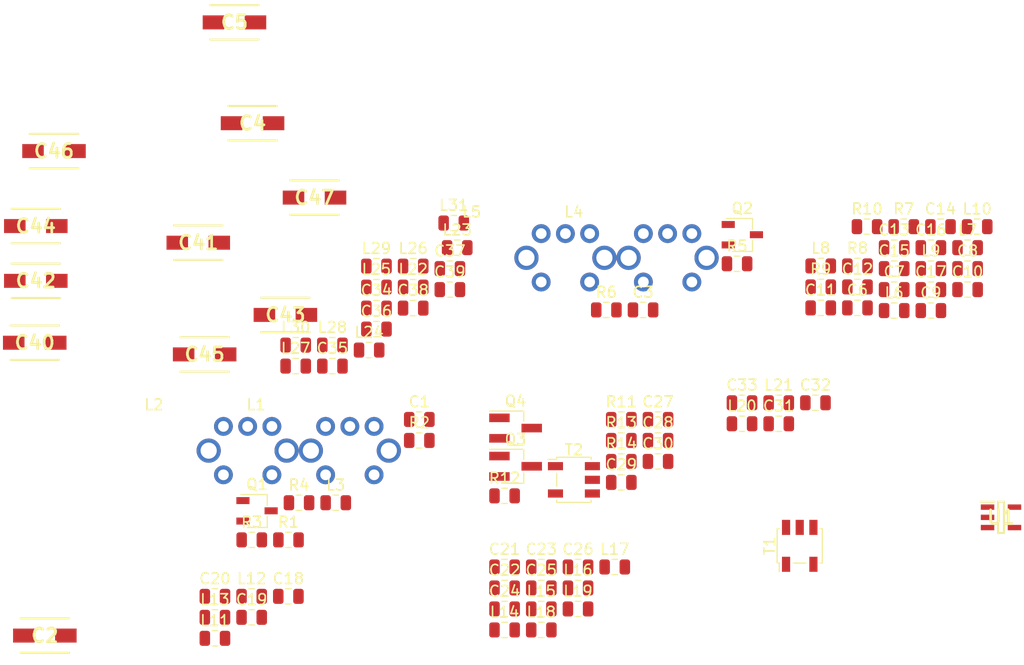
<source format=kicad_pcb>
(kicad_pcb (version 20171130) (host pcbnew "(5.1.5)-3")
  (layers (0 F.Cu signal) (31 B.Cu signal) (34 B.Paste user) (35 F.Paste user) (36 B.SilkS user) (37 F.SilkS user) (38 B.Mask user) (39 F.Mask user) (44 Edge.Cuts user))
  (net 0 "")
  (net 1 "Net-(C1-Pad2)")
  (net 2 "Net-(C1-Pad1)")
  (net 3 "Net-(C2-Pad1)")
  (net 4 "Net-(C2-Pad2)")
  (net 5 "Net-(C3-Pad1)")
  (net 6 "Net-(C3-Pad2)")
  (net 7 "Net-(C4-Pad1)")
  (net 8 "Net-(C4-Pad2)")
  (net 9 "Net-(C5-Pad2)")
  (net 10 "Net-(C5-Pad1)")
  (net 11 "Net-(C6-Pad2)")
  (net 12 "Net-(C6-Pad1)")
  (net 13 "Net-(C7-Pad2)")
  (net 14 "Net-(C7-Pad1)")
  (net 15 "Net-(C8-Pad2)")
  (net 16 "Net-(C8-Pad1)")
  (net 17 "Net-(C9-Pad1)")
  (net 18 "Net-(C9-Pad2)")
  (net 19 "Net-(C10-Pad1)")
  (net 20 "Net-(C10-Pad2)")
  (net 21 "Net-(C11-Pad1)")
  (net 22 "Net-(C11-Pad2)")
  (net 23 "Net-(C12-Pad2)")
  (net 24 "Net-(C12-Pad1)")
  (net 25 "Net-(C13-Pad2)")
  (net 26 "Net-(C13-Pad1)")
  (net 27 "Net-(C14-Pad2)")
  (net 28 "Net-(C14-Pad1)")
  (net 29 "Net-(C15-Pad1)")
  (net 30 "Net-(C15-Pad2)")
  (net 31 "Net-(C16-Pad1)")
  (net 32 "Net-(C16-Pad2)")
  (net 33 "Net-(C17-Pad1)")
  (net 34 "Net-(C17-Pad2)")
  (net 35 "Net-(C18-Pad1)")
  (net 36 "Net-(C18-Pad2)")
  (net 37 "Net-(C19-Pad2)")
  (net 38 "Net-(C19-Pad1)")
  (net 39 "Net-(C20-Pad1)")
  (net 40 "Net-(C20-Pad2)")
  (net 41 "Net-(C21-Pad2)")
  (net 42 "Net-(C21-Pad1)")
  (net 43 "Net-(C22-Pad1)")
  (net 44 "Net-(C22-Pad2)")
  (net 45 "Net-(C23-Pad2)")
  (net 46 "Net-(C23-Pad1)")
  (net 47 "Net-(C24-Pad2)")
  (net 48 "Net-(C24-Pad1)")
  (net 49 "Net-(C25-Pad2)")
  (net 50 "Net-(C25-Pad1)")
  (net 51 "Net-(C26-Pad1)")
  (net 52 "Net-(C26-Pad2)")
  (net 53 "Net-(C27-Pad1)")
  (net 54 "Net-(C27-Pad2)")
  (net 55 "Net-(C28-Pad1)")
  (net 56 "Net-(C28-Pad2)")
  (net 57 "Net-(C29-Pad2)")
  (net 58 "Net-(C29-Pad1)")
  (net 59 "Net-(C30-Pad2)")
  (net 60 "Net-(C30-Pad1)")
  (net 61 "Net-(C31-Pad1)")
  (net 62 "Net-(C31-Pad2)")
  (net 63 "Net-(C32-Pad2)")
  (net 64 "Net-(C32-Pad1)")
  (net 65 "Net-(C33-Pad1)")
  (net 66 "Net-(C33-Pad2)")
  (net 67 "Net-(C34-Pad2)")
  (net 68 "Net-(C34-Pad1)")
  (net 69 "Net-(C35-Pad1)")
  (net 70 "Net-(C35-Pad2)")
  (net 71 "Net-(C36-Pad1)")
  (net 72 "Net-(C36-Pad2)")
  (net 73 "Net-(C37-Pad2)")
  (net 74 "Net-(C37-Pad1)")
  (net 75 "Net-(C38-Pad2)")
  (net 76 "Net-(C38-Pad1)")
  (net 77 "Net-(C39-Pad1)")
  (net 78 "Net-(C39-Pad2)")
  (net 79 "Net-(C40-Pad1)")
  (net 80 "Net-(C40-Pad2)")
  (net 81 "Net-(C41-Pad2)")
  (net 82 "Net-(C41-Pad1)")
  (net 83 "Net-(C42-Pad1)")
  (net 84 "Net-(C42-Pad2)")
  (net 85 "Net-(C43-Pad2)")
  (net 86 "Net-(C43-Pad1)")
  (net 87 "Net-(C44-Pad1)")
  (net 88 "Net-(C44-Pad2)")
  (net 89 "Net-(C45-Pad2)")
  (net 90 "Net-(C45-Pad1)")
  (net 91 "Net-(C46-Pad1)")
  (net 92 "Net-(C46-Pad2)")
  (net 93 "Net-(C47-Pad2)")
  (net 94 "Net-(C47-Pad1)")
  (net 95 "Net-(L1-Pad2)")
  (net 96 "Net-(L1-Pad1)")
  (net 97 "Net-(L2-Pad1)")
  (net 98 "Net-(L2-Pad2)")
  (net 99 "Net-(L3-Pad1)")
  (net 100 "Net-(L3-Pad2)")
  (net 101 "Net-(L4-Pad2)")
  (net 102 "Net-(L4-Pad1)")
  (net 103 "Net-(L5-Pad1)")
  (net 104 "Net-(L5-Pad2)")
  (net 105 "Net-(L6-Pad2)")
  (net 106 "Net-(L6-Pad1)")
  (net 107 "Net-(L7-Pad1)")
  (net 108 "Net-(L7-Pad2)")
  (net 109 "Net-(L8-Pad2)")
  (net 110 "Net-(L8-Pad1)")
  (net 111 "Net-(L9-Pad1)")
  (net 112 "Net-(L9-Pad2)")
  (net 113 "Net-(L10-Pad2)")
  (net 114 "Net-(L10-Pad1)")
  (net 115 "Net-(L11-Pad2)")
  (net 116 "Net-(L11-Pad1)")
  (net 117 "Net-(L12-Pad1)")
  (net 118 "Net-(L12-Pad2)")
  (net 119 "Net-(L13-Pad2)")
  (net 120 "Net-(L13-Pad1)")
  (net 121 "Net-(L14-Pad1)")
  (net 122 "Net-(L14-Pad2)")
  (net 123 "Net-(L15-Pad2)")
  (net 124 "Net-(L15-Pad1)")
  (net 125 "Net-(L16-Pad1)")
  (net 126 "Net-(L16-Pad2)")
  (net 127 "Net-(L17-Pad2)")
  (net 128 "Net-(L17-Pad1)")
  (net 129 "Net-(L18-Pad1)")
  (net 130 "Net-(L18-Pad2)")
  (net 131 "Net-(L19-Pad2)")
  (net 132 "Net-(L19-Pad1)")
  (net 133 "Net-(L20-Pad2)")
  (net 134 "Net-(L20-Pad1)")
  (net 135 "Net-(L21-Pad1)")
  (net 136 "Net-(L21-Pad2)")
  (net 137 "Net-(L22-Pad2)")
  (net 138 "Net-(L22-Pad1)")
  (net 139 "Net-(L23-Pad1)")
  (net 140 "Net-(L23-Pad2)")
  (net 141 "Net-(L24-Pad1)")
  (net 142 "Net-(L24-Pad2)")
  (net 143 "Net-(L25-Pad2)")
  (net 144 "Net-(L25-Pad1)")
  (net 145 "Net-(L26-Pad2)")
  (net 146 "Net-(L26-Pad1)")
  (net 147 "Net-(L27-Pad1)")
  (net 148 "Net-(L27-Pad2)")
  (net 149 "Net-(L28-Pad1)")
  (net 150 "Net-(L28-Pad2)")
  (net 151 "Net-(L29-Pad2)")
  (net 152 "Net-(L29-Pad1)")
  (net 153 "Net-(L30-Pad1)")
  (net 154 "Net-(L30-Pad2)")
  (net 155 "Net-(L31-Pad1)")
  (net 156 "Net-(L31-Pad2)")
  (net 157 "Net-(Q1-Pad1)")
  (net 158 "Net-(Q1-Pad2)")
  (net 159 "Net-(Q1-Pad3)")
  (net 160 "Net-(Q2-Pad3)")
  (net 161 "Net-(Q2-Pad2)")
  (net 162 "Net-(Q2-Pad1)")
  (net 163 "Net-(Q3-Pad3)")
  (net 164 "Net-(Q3-Pad2)")
  (net 165 "Net-(Q3-Pad1)")
  (net 166 "Net-(Q4-Pad1)")
  (net 167 "Net-(Q4-Pad2)")
  (net 168 "Net-(Q4-Pad3)")
  (net 169 "Net-(R1-Pad1)")
  (net 170 "Net-(R1-Pad2)")
  (net 171 "Net-(R2-Pad2)")
  (net 172 "Net-(R2-Pad1)")
  (net 173 "Net-(R3-Pad1)")
  (net 174 "Net-(R3-Pad2)")
  (net 175 "Net-(R4-Pad2)")
  (net 176 "Net-(R4-Pad1)")
  (net 177 "Net-(R5-Pad2)")
  (net 178 "Net-(R5-Pad1)")
  (net 179 "Net-(R6-Pad1)")
  (net 180 "Net-(R6-Pad2)")
  (net 181 "Net-(R7-Pad2)")
  (net 182 "Net-(R7-Pad1)")
  (net 183 "Net-(R8-Pad1)")
  (net 184 "Net-(R8-Pad2)")
  (net 185 "Net-(R9-Pad2)")
  (net 186 "Net-(R9-Pad1)")
  (net 187 "Net-(R10-Pad1)")
  (net 188 "Net-(R10-Pad2)")
  (net 189 "Net-(R11-Pad1)")
  (net 190 "Net-(R11-Pad2)")
  (net 191 "Net-(R12-Pad1)")
  (net 192 "Net-(R12-Pad2)")
  (net 193 "Net-(R13-Pad2)")
  (net 194 "Net-(R13-Pad1)")
  (net 195 "Net-(R14-Pad2)")
  (net 196 "Net-(R14-Pad1)")
  (net 197 "Net-(T1-Pad5)")
  (net 198 "Net-(T1-Pad4)")
  (net 199 "Net-(T1-Pad3)")
  (net 200 "Net-(T1-Pad2)")
  (net 201 "Net-(T1-Pad1)")
  (net 202 "Net-(T2-Pad1)")
  (net 203 "Net-(T2-Pad2)")
  (net 204 "Net-(T2-Pad3)")
  (net 205 "Net-(T2-Pad4)")
  (net 206 "Net-(T2-Pad5)")
  (net 207 "Net-(U1-Pad1)")
  (net 208 "Net-(U1-Pad2)")
  (net 209 "Net-(U1-Pad3)")
  (net 210 "Net-(U1-Pad4)")
  (net 211 "Net-(U1-Pad5)")
  (module Capacitor_SMD:C_0805_2012Metric (layer F.Cu) (at 147.145001 88.185001)
    (fp_text reference C1 (at 0 -1.65) (layer F.SilkS))
    (fp_text value C)
    (pad 2 smd roundrect (at 0.9375 0) (size 0.975 1.4) (layers F.Cu F.Paste F.Mask) (net 1 "Net-(C1-Pad2)"))
    (pad 1 smd roundrect (at -0.9375 0) (size 0.975 1.4) (layers F.Cu F.Paste F.Mask) (net 2 "Net-(C1-Pad1)"))
  )
  (module Capacitor_SMD:C_0805_2012Metric (layer F.Cu) (at 167.925001 78.005001)
    (fp_text reference C3 (at 0 -1.65) (layer F.SilkS))
    (fp_text value C)
    (pad 1 smd roundrect (at -0.9375 0) (size 0.975 1.4) (layers F.Cu F.Paste F.Mask) (net 5 "Net-(C3-Pad1)"))
    (pad 2 smd roundrect (at 0.9375 0) (size 0.975 1.4) (layers F.Cu F.Paste F.Mask) (net 6 "Net-(C3-Pad2)"))
  )
  (module Capacitor_SMD:C_0805_2012Metric (layer F.Cu) (at 187.835001 77.815001)
    (fp_text reference C6 (at 0 -1.65) (layer F.SilkS))
    (fp_text value C)
    (pad 2 smd roundrect (at 0.9375 0) (size 0.975 1.4) (layers F.Cu F.Paste F.Mask) (net 11 "Net-(C6-Pad2)"))
    (pad 1 smd roundrect (at -0.9375 0) (size 0.975 1.4) (layers F.Cu F.Paste F.Mask) (net 12 "Net-(C6-Pad1)"))
  )
  (module Capacitor_SMD:C_0805_2012Metric (layer F.Cu) (at 191.245001 76.115001)
    (fp_text reference C7 (at 0 -1.65) (layer F.SilkS))
    (fp_text value C)
    (pad 2 smd roundrect (at 0.9375 0) (size 0.975 1.4) (layers F.Cu F.Paste F.Mask) (net 13 "Net-(C7-Pad2)"))
    (pad 1 smd roundrect (at -0.9375 0) (size 0.975 1.4) (layers F.Cu F.Paste F.Mask) (net 14 "Net-(C7-Pad1)"))
  )
  (module Capacitor_SMD:C_0805_2012Metric (layer F.Cu) (at 198.065001 74.165001)
    (fp_text reference C8 (at 0 -1.65) (layer F.SilkS))
    (fp_text value C)
    (pad 2 smd roundrect (at 0.9375 0) (size 0.975 1.4) (layers F.Cu F.Paste F.Mask) (net 15 "Net-(C8-Pad2)"))
    (pad 1 smd roundrect (at -0.9375 0) (size 0.975 1.4) (layers F.Cu F.Paste F.Mask) (net 16 "Net-(C8-Pad1)"))
  )
  (module Capacitor_SMD:C_0805_2012Metric (layer F.Cu) (at 194.655001 78.065001)
    (fp_text reference C9 (at 0 -1.65) (layer F.SilkS))
    (fp_text value C)
    (pad 1 smd roundrect (at -0.9375 0) (size 0.975 1.4) (layers F.Cu F.Paste F.Mask) (net 17 "Net-(C9-Pad1)"))
    (pad 2 smd roundrect (at 0.9375 0) (size 0.975 1.4) (layers F.Cu F.Paste F.Mask) (net 18 "Net-(C9-Pad2)"))
  )
  (module Capacitor_SMD:C_0805_2012Metric (layer F.Cu) (at 198.065001 76.115001)
    (fp_text reference C10 (at 0 -1.65) (layer F.SilkS))
    (fp_text value C)
    (pad 1 smd roundrect (at -0.9375 0) (size 0.975 1.4) (layers F.Cu F.Paste F.Mask) (net 19 "Net-(C10-Pad1)"))
    (pad 2 smd roundrect (at 0.9375 0) (size 0.975 1.4) (layers F.Cu F.Paste F.Mask) (net 20 "Net-(C10-Pad2)"))
  )
  (module Capacitor_SMD:C_0805_2012Metric (layer F.Cu) (at 184.425001 77.815001)
    (fp_text reference C11 (at 0 -1.65) (layer F.SilkS))
    (fp_text value C)
    (pad 1 smd roundrect (at -0.9375 0) (size 0.975 1.4) (layers F.Cu F.Paste F.Mask) (net 21 "Net-(C11-Pad1)"))
    (pad 2 smd roundrect (at 0.9375 0) (size 0.975 1.4) (layers F.Cu F.Paste F.Mask) (net 22 "Net-(C11-Pad2)"))
  )
  (module Capacitor_SMD:C_0805_2012Metric (layer F.Cu) (at 187.835001 75.865001)
    (fp_text reference C12 (at 0 -1.65) (layer F.SilkS))
    (fp_text value C)
    (pad 2 smd roundrect (at 0.9375 0) (size 0.975 1.4) (layers F.Cu F.Paste F.Mask) (net 23 "Net-(C12-Pad2)"))
    (pad 1 smd roundrect (at -0.9375 0) (size 0.975 1.4) (layers F.Cu F.Paste F.Mask) (net 24 "Net-(C12-Pad1)"))
  )
  (module Capacitor_SMD:C_0805_2012Metric (layer F.Cu) (at 191.245001 72.215001)
    (fp_text reference C13 (at 0 -1.65) (layer F.SilkS))
    (fp_text value C)
    (pad 2 smd roundrect (at 0.9375 0) (size 0.975 1.4) (layers F.Cu F.Paste F.Mask) (net 25 "Net-(C13-Pad2)"))
    (pad 1 smd roundrect (at -0.9375 0) (size 0.975 1.4) (layers F.Cu F.Paste F.Mask) (net 26 "Net-(C13-Pad1)"))
  )
  (module Capacitor_SMD:C_0805_2012Metric (layer F.Cu) (at 195.545001 70.265001)
    (fp_text reference C14 (at 0 -1.65) (layer F.SilkS))
    (fp_text value C)
    (pad 2 smd roundrect (at 0.9375 0) (size 0.975 1.4) (layers F.Cu F.Paste F.Mask) (net 27 "Net-(C14-Pad2)"))
    (pad 1 smd roundrect (at -0.9375 0) (size 0.975 1.4) (layers F.Cu F.Paste F.Mask) (net 28 "Net-(C14-Pad1)"))
  )
  (module Capacitor_SMD:C_0805_2012Metric (layer F.Cu) (at 191.245001 74.165001)
    (fp_text reference C15 (at 0 -1.65) (layer F.SilkS))
    (fp_text value C)
    (pad 1 smd roundrect (at -0.9375 0) (size 0.975 1.4) (layers F.Cu F.Paste F.Mask) (net 29 "Net-(C15-Pad1)"))
    (pad 2 smd roundrect (at 0.9375 0) (size 0.975 1.4) (layers F.Cu F.Paste F.Mask) (net 30 "Net-(C15-Pad2)"))
  )
  (module Capacitor_SMD:C_0805_2012Metric (layer F.Cu) (at 194.655001 72.215001)
    (fp_text reference C16 (at 0 -1.65) (layer F.SilkS))
    (fp_text value C)
    (pad 1 smd roundrect (at -0.9375 0) (size 0.975 1.4) (layers F.Cu F.Paste F.Mask) (net 31 "Net-(C16-Pad1)"))
    (pad 2 smd roundrect (at 0.9375 0) (size 0.975 1.4) (layers F.Cu F.Paste F.Mask) (net 32 "Net-(C16-Pad2)"))
  )
  (module Capacitor_SMD:C_0805_2012Metric (layer F.Cu) (at 194.655001 76.115001)
    (fp_text reference C17 (at 0 -1.65) (layer F.SilkS))
    (fp_text value C)
    (pad 1 smd roundrect (at -0.9375 0) (size 0.975 1.4) (layers F.Cu F.Paste F.Mask) (net 33 "Net-(C17-Pad1)"))
    (pad 2 smd roundrect (at 0.9375 0) (size 0.975 1.4) (layers F.Cu F.Paste F.Mask) (net 34 "Net-(C17-Pad2)"))
  )
  (module Capacitor_SMD:C_0805_2012Metric (layer F.Cu) (at 134.985001 104.625001)
    (fp_text reference C18 (at 0 -1.65) (layer F.SilkS))
    (fp_text value C)
    (pad 1 smd roundrect (at -0.9375 0) (size 0.975 1.4) (layers F.Cu F.Paste F.Mask) (net 35 "Net-(C18-Pad1)"))
    (pad 2 smd roundrect (at 0.9375 0) (size 0.975 1.4) (layers F.Cu F.Paste F.Mask) (net 36 "Net-(C18-Pad2)"))
  )
  (module Capacitor_SMD:C_0805_2012Metric (layer F.Cu) (at 131.575001 106.575001)
    (fp_text reference C19 (at 0 -1.65) (layer F.SilkS))
    (fp_text value C)
    (pad 2 smd roundrect (at 0.9375 0) (size 0.975 1.4) (layers F.Cu F.Paste F.Mask) (net 37 "Net-(C19-Pad2)"))
    (pad 1 smd roundrect (at -0.9375 0) (size 0.975 1.4) (layers F.Cu F.Paste F.Mask) (net 38 "Net-(C19-Pad1)"))
  )
  (module Capacitor_SMD:C_0805_2012Metric (layer F.Cu) (at 128.165001 104.625001)
    (fp_text reference C20 (at 0 -1.65) (layer F.SilkS))
    (fp_text value C)
    (pad 1 smd roundrect (at -0.9375 0) (size 0.975 1.4) (layers F.Cu F.Paste F.Mask) (net 39 "Net-(C20-Pad1)"))
    (pad 2 smd roundrect (at 0.9375 0) (size 0.975 1.4) (layers F.Cu F.Paste F.Mask) (net 40 "Net-(C20-Pad2)"))
  )
  (module Capacitor_SMD:C_0805_2012Metric (layer F.Cu) (at 155.065001 101.895001)
    (fp_text reference C21 (at 0 -1.65) (layer F.SilkS))
    (fp_text value C)
    (pad 2 smd roundrect (at 0.9375 0) (size 0.975 1.4) (layers F.Cu F.Paste F.Mask) (net 41 "Net-(C21-Pad2)"))
    (pad 1 smd roundrect (at -0.9375 0) (size 0.975 1.4) (layers F.Cu F.Paste F.Mask) (net 42 "Net-(C21-Pad1)"))
  )
  (module Capacitor_SMD:C_0805_2012Metric (layer F.Cu) (at 155.065001 103.845001)
    (fp_text reference C22 (at 0 -1.65) (layer F.SilkS))
    (fp_text value C)
    (pad 1 smd roundrect (at -0.9375 0) (size 0.975 1.4) (layers F.Cu F.Paste F.Mask) (net 43 "Net-(C22-Pad1)"))
    (pad 2 smd roundrect (at 0.9375 0) (size 0.975 1.4) (layers F.Cu F.Paste F.Mask) (net 44 "Net-(C22-Pad2)"))
  )
  (module Capacitor_SMD:C_0805_2012Metric (layer F.Cu) (at 158.475001 101.895001)
    (fp_text reference C23 (at 0 -1.65) (layer F.SilkS))
    (fp_text value C)
    (pad 2 smd roundrect (at 0.9375 0) (size 0.975 1.4) (layers F.Cu F.Paste F.Mask) (net 45 "Net-(C23-Pad2)"))
    (pad 1 smd roundrect (at -0.9375 0) (size 0.975 1.4) (layers F.Cu F.Paste F.Mask) (net 46 "Net-(C23-Pad1)"))
  )
  (module Capacitor_SMD:C_0805_2012Metric (layer F.Cu) (at 155.065001 105.795001)
    (fp_text reference C24 (at 0 -1.65) (layer F.SilkS))
    (fp_text value C)
    (pad 2 smd roundrect (at 0.9375 0) (size 0.975 1.4) (layers F.Cu F.Paste F.Mask) (net 47 "Net-(C24-Pad2)"))
    (pad 1 smd roundrect (at -0.9375 0) (size 0.975 1.4) (layers F.Cu F.Paste F.Mask) (net 48 "Net-(C24-Pad1)"))
  )
  (module Capacitor_SMD:C_0805_2012Metric (layer F.Cu) (at 158.475001 103.845001)
    (fp_text reference C25 (at 0 -1.65) (layer F.SilkS))
    (fp_text value C)
    (pad 2 smd roundrect (at 0.9375 0) (size 0.975 1.4) (layers F.Cu F.Paste F.Mask) (net 49 "Net-(C25-Pad2)"))
    (pad 1 smd roundrect (at -0.9375 0) (size 0.975 1.4) (layers F.Cu F.Paste F.Mask) (net 50 "Net-(C25-Pad1)"))
  )
  (module Capacitor_SMD:C_0805_2012Metric (layer F.Cu) (at 161.885001 101.895001)
    (fp_text reference C26 (at 0 -1.65) (layer F.SilkS))
    (fp_text value C)
    (pad 1 smd roundrect (at -0.9375 0) (size 0.975 1.4) (layers F.Cu F.Paste F.Mask) (net 51 "Net-(C26-Pad1)"))
    (pad 2 smd roundrect (at 0.9375 0) (size 0.975 1.4) (layers F.Cu F.Paste F.Mask) (net 52 "Net-(C26-Pad2)"))
  )
  (module Capacitor_SMD:C_0805_2012Metric (layer F.Cu) (at 169.315001 88.185001)
    (fp_text reference C27 (at 0 -1.65) (layer F.SilkS))
    (fp_text value C)
    (pad 1 smd roundrect (at -0.9375 0) (size 0.975 1.4) (layers F.Cu F.Paste F.Mask) (net 53 "Net-(C27-Pad1)"))
    (pad 2 smd roundrect (at 0.9375 0) (size 0.975 1.4) (layers F.Cu F.Paste F.Mask) (net 54 "Net-(C27-Pad2)"))
  )
  (module Capacitor_SMD:C_0805_2012Metric (layer F.Cu) (at 169.315001 90.135001)
    (fp_text reference C28 (at 0 -1.65) (layer F.SilkS))
    (fp_text value C)
    (pad 1 smd roundrect (at -0.9375 0) (size 0.975 1.4) (layers F.Cu F.Paste F.Mask) (net 55 "Net-(C28-Pad1)"))
    (pad 2 smd roundrect (at 0.9375 0) (size 0.975 1.4) (layers F.Cu F.Paste F.Mask) (net 56 "Net-(C28-Pad2)"))
  )
  (module Capacitor_SMD:C_0805_2012Metric (layer F.Cu) (at 165.905001 94.035001)
    (fp_text reference C29 (at 0 -1.65) (layer F.SilkS))
    (fp_text value C)
    (pad 2 smd roundrect (at 0.9375 0) (size 0.975 1.4) (layers F.Cu F.Paste F.Mask) (net 57 "Net-(C29-Pad2)"))
    (pad 1 smd roundrect (at -0.9375 0) (size 0.975 1.4) (layers F.Cu F.Paste F.Mask) (net 58 "Net-(C29-Pad1)"))
  )
  (module Capacitor_SMD:C_0805_2012Metric (layer F.Cu) (at 169.315001 92.085001)
    (fp_text reference C30 (at 0 -1.65) (layer F.SilkS))
    (fp_text value C)
    (pad 2 smd roundrect (at 0.9375 0) (size 0.975 1.4) (layers F.Cu F.Paste F.Mask) (net 59 "Net-(C30-Pad2)"))
    (pad 1 smd roundrect (at -0.9375 0) (size 0.975 1.4) (layers F.Cu F.Paste F.Mask) (net 60 "Net-(C30-Pad1)"))
  )
  (module Capacitor_SMD:C_0805_2012Metric (layer F.Cu) (at 180.525001 88.585001)
    (fp_text reference C31 (at 0 -1.65) (layer F.SilkS))
    (fp_text value C)
    (pad 1 smd roundrect (at -0.9375 0) (size 0.975 1.4) (layers F.Cu F.Paste F.Mask) (net 61 "Net-(C31-Pad1)"))
    (pad 2 smd roundrect (at 0.9375 0) (size 0.975 1.4) (layers F.Cu F.Paste F.Mask) (net 62 "Net-(C31-Pad2)"))
  )
  (module Capacitor_SMD:C_0805_2012Metric (layer F.Cu) (at 183.935001 86.635001)
    (fp_text reference C32 (at 0 -1.65) (layer F.SilkS))
    (fp_text value C)
    (pad 2 smd roundrect (at 0.9375 0) (size 0.975 1.4) (layers F.Cu F.Paste F.Mask) (net 63 "Net-(C32-Pad2)"))
    (pad 1 smd roundrect (at -0.9375 0) (size 0.975 1.4) (layers F.Cu F.Paste F.Mask) (net 64 "Net-(C32-Pad1)"))
  )
  (module Capacitor_SMD:C_0805_2012Metric (layer F.Cu) (at 177.115001 86.635001)
    (fp_text reference C33 (at 0 -1.65) (layer F.SilkS))
    (fp_text value C)
    (pad 1 smd roundrect (at -0.9375 0) (size 0.975 1.4) (layers F.Cu F.Paste F.Mask) (net 65 "Net-(C33-Pad1)"))
    (pad 2 smd roundrect (at 0.9375 0) (size 0.975 1.4) (layers F.Cu F.Paste F.Mask) (net 66 "Net-(C33-Pad2)"))
  )
  (module Capacitor_SMD:C_0805_2012Metric (layer F.Cu) (at 143.165001 77.835001)
    (fp_text reference C34 (at 0 -1.65) (layer F.SilkS))
    (fp_text value C)
    (pad 2 smd roundrect (at 0.9375 0) (size 0.975 1.4) (layers F.Cu F.Paste F.Mask) (net 67 "Net-(C34-Pad2)"))
    (pad 1 smd roundrect (at -0.9375 0) (size 0.975 1.4) (layers F.Cu F.Paste F.Mask) (net 68 "Net-(C34-Pad1)"))
  )
  (module Capacitor_SMD:C_0805_2012Metric (layer F.Cu) (at 139.075001 83.225001)
    (fp_text reference C35 (at 0 -1.65) (layer F.SilkS))
    (fp_text value C)
    (pad 1 smd roundrect (at -0.9375 0) (size 0.975 1.4) (layers F.Cu F.Paste F.Mask) (net 69 "Net-(C35-Pad1)"))
    (pad 2 smd roundrect (at 0.9375 0) (size 0.975 1.4) (layers F.Cu F.Paste F.Mask) (net 70 "Net-(C35-Pad2)"))
  )
  (module Capacitor_SMD:C_0805_2012Metric (layer F.Cu) (at 143.165001 79.785001)
    (fp_text reference C36 (at 0 -1.65) (layer F.SilkS))
    (fp_text value C)
    (pad 1 smd roundrect (at -0.9375 0) (size 0.975 1.4) (layers F.Cu F.Paste F.Mask) (net 71 "Net-(C36-Pad1)"))
    (pad 2 smd roundrect (at 0.9375 0) (size 0.975 1.4) (layers F.Cu F.Paste F.Mask) (net 72 "Net-(C36-Pad2)"))
  )
  (module Capacitor_SMD:C_0805_2012Metric (layer F.Cu) (at 149.985001 74.165001)
    (fp_text reference C37 (at 0 -1.65) (layer F.SilkS))
    (fp_text value C)
    (pad 2 smd roundrect (at 0.9375 0) (size 0.975 1.4) (layers F.Cu F.Paste F.Mask) (net 73 "Net-(C37-Pad2)"))
    (pad 1 smd roundrect (at -0.9375 0) (size 0.975 1.4) (layers F.Cu F.Paste F.Mask) (net 74 "Net-(C37-Pad1)"))
  )
  (module Capacitor_SMD:C_0805_2012Metric (layer F.Cu) (at 146.575001 77.835001)
    (fp_text reference C38 (at 0 -1.65) (layer F.SilkS))
    (fp_text value C)
    (pad 2 smd roundrect (at 0.9375 0) (size 0.975 1.4) (layers F.Cu F.Paste F.Mask) (net 75 "Net-(C38-Pad2)"))
    (pad 1 smd roundrect (at -0.9375 0) (size 0.975 1.4) (layers F.Cu F.Paste F.Mask) (net 76 "Net-(C38-Pad1)"))
  )
  (module Capacitor_SMD:C_0805_2012Metric (layer F.Cu) (at 149.985001 76.115001)
    (fp_text reference C39 (at 0 -1.65) (layer F.SilkS))
    (fp_text value C)
    (pad 1 smd roundrect (at -0.9375 0) (size 0.975 1.4) (layers F.Cu F.Paste F.Mask) (net 77 "Net-(C39-Pad1)"))
    (pad 2 smd roundrect (at 0.9375 0) (size 0.975 1.4) (layers F.Cu F.Paste F.Mask) (net 78 "Net-(C39-Pad2)"))
  )
  (module LT:IND_trimmer_7M3 (layer F.Cu) (at 140.695 91.080001)
    (fp_text reference L1 (at -8.7122 -4.2672) (layer F.SilkS))
    (fp_text value LTRIM)
    (pad 2 thru_hole circle (at 0 -2.25) (size 1.75 1.75) (drill 1) (layers *.Cu *.Mask) (net 95 "Net-(L1-Pad2)"))
    (pad 6 thru_hole circle (at -2.25 2.25) (size 1.75 1.75) (drill 1) (layers *.Cu *.Mask))
    (pad 1 thru_hole circle (at -2.25 -2.25) (size 1.75 1.75) (drill 1) (layers *.Cu *.Mask) (net 96 "Net-(L1-Pad1)"))
    (pad 3 thru_hole circle (at 2.25 -2.25) (size 1.75 1.75) (drill 1) (layers *.Cu *.Mask))
    (pad 4 thru_hole circle (at 2.25 2.25) (size 1.75 1.75) (drill 1) (layers *.Cu *.Mask))
    (pad 5 thru_hole circle (at -3.62 0) (size 2.25 2.25) (drill 1.5) (layers *.Cu *.Mask))
    (pad 5 thru_hole circle (at 3.62 0) (size 2.25 2.25) (drill 1.5) (layers *.Cu *.Mask))
  )
  (module LT:IND_trimmer_7M3 (layer F.Cu) (at 131.205 91.080001)
    (fp_text reference L2 (at -8.7122 -4.2672) (layer F.SilkS))
    (fp_text value LTRIM)
    (pad 5 thru_hole circle (at 3.62 0) (size 2.25 2.25) (drill 1.5) (layers *.Cu *.Mask))
    (pad 5 thru_hole circle (at -3.62 0) (size 2.25 2.25) (drill 1.5) (layers *.Cu *.Mask))
    (pad 4 thru_hole circle (at 2.25 2.25) (size 1.75 1.75) (drill 1) (layers *.Cu *.Mask))
    (pad 3 thru_hole circle (at 2.25 -2.25) (size 1.75 1.75) (drill 1) (layers *.Cu *.Mask))
    (pad 1 thru_hole circle (at -2.25 -2.25) (size 1.75 1.75) (drill 1) (layers *.Cu *.Mask) (net 97 "Net-(L2-Pad1)"))
    (pad 6 thru_hole circle (at -2.25 2.25) (size 1.75 1.75) (drill 1) (layers *.Cu *.Mask))
    (pad 2 thru_hole circle (at 0 -2.25) (size 1.75 1.75) (drill 1) (layers *.Cu *.Mask) (net 98 "Net-(L2-Pad2)"))
  )
  (module Inductor_SMD:L_0805_2012Metric (layer F.Cu) (at 139.385001 95.925001)
    (fp_text reference L3 (at 0 -1.65) (layer F.SilkS))
    (fp_text value L)
    (pad 1 smd roundrect (at -0.9375 0) (size 0.975 1.4) (layers F.Cu F.Paste F.Mask) (net 99 "Net-(L3-Pad1)"))
    (pad 2 smd roundrect (at 0.9375 0) (size 0.975 1.4) (layers F.Cu F.Paste F.Mask) (net 100 "Net-(L3-Pad2)"))
  )
  (module LT:IND_trimmer_7M3 (layer F.Cu) (at 170.205 73.160001)
    (fp_text reference L4 (at -8.7122 -4.2672) (layer F.SilkS))
    (fp_text value LTRIM)
    (pad 2 thru_hole circle (at 0 -2.25) (size 1.75 1.75) (drill 1) (layers *.Cu *.Mask) (net 101 "Net-(L4-Pad2)"))
    (pad 6 thru_hole circle (at -2.25 2.25) (size 1.75 1.75) (drill 1) (layers *.Cu *.Mask))
    (pad 1 thru_hole circle (at -2.25 -2.25) (size 1.75 1.75) (drill 1) (layers *.Cu *.Mask) (net 102 "Net-(L4-Pad1)"))
    (pad 3 thru_hole circle (at 2.25 -2.25) (size 1.75 1.75) (drill 1) (layers *.Cu *.Mask))
    (pad 4 thru_hole circle (at 2.25 2.25) (size 1.75 1.75) (drill 1) (layers *.Cu *.Mask))
    (pad 5 thru_hole circle (at -3.62 0) (size 2.25 2.25) (drill 1.5) (layers *.Cu *.Mask))
    (pad 5 thru_hole circle (at 3.62 0) (size 2.25 2.25) (drill 1.5) (layers *.Cu *.Mask))
  )
  (module LT:IND_trimmer_7M3 (layer F.Cu) (at 160.715 73.160001)
    (fp_text reference L5 (at -8.7122 -4.2672) (layer F.SilkS))
    (fp_text value LTRIM)
    (pad 5 thru_hole circle (at 3.62 0) (size 2.25 2.25) (drill 1.5) (layers *.Cu *.Mask))
    (pad 5 thru_hole circle (at -3.62 0) (size 2.25 2.25) (drill 1.5) (layers *.Cu *.Mask))
    (pad 4 thru_hole circle (at 2.25 2.25) (size 1.75 1.75) (drill 1) (layers *.Cu *.Mask))
    (pad 3 thru_hole circle (at 2.25 -2.25) (size 1.75 1.75) (drill 1) (layers *.Cu *.Mask))
    (pad 1 thru_hole circle (at -2.25 -2.25) (size 1.75 1.75) (drill 1) (layers *.Cu *.Mask) (net 103 "Net-(L5-Pad1)"))
    (pad 6 thru_hole circle (at -2.25 2.25) (size 1.75 1.75) (drill 1) (layers *.Cu *.Mask))
    (pad 2 thru_hole circle (at 0 -2.25) (size 1.75 1.75) (drill 1) (layers *.Cu *.Mask) (net 104 "Net-(L5-Pad2)"))
  )
  (module Inductor_SMD:L_0805_2012Metric (layer F.Cu) (at 191.245001 78.065001)
    (fp_text reference L6 (at 0 -1.65) (layer F.SilkS))
    (fp_text value L)
    (pad 2 smd roundrect (at 0.9375 0) (size 0.975 1.4) (layers F.Cu F.Paste F.Mask) (net 105 "Net-(L6-Pad2)"))
    (pad 1 smd roundrect (at -0.9375 0) (size 0.975 1.4) (layers F.Cu F.Paste F.Mask) (net 106 "Net-(L6-Pad1)"))
  )
  (module Inductor_SMD:L_0805_2012Metric (layer F.Cu) (at 198.065001 72.215001)
    (fp_text reference L7 (at 0 -1.65) (layer F.SilkS))
    (fp_text value L)
    (pad 1 smd roundrect (at -0.9375 0) (size 0.975 1.4) (layers F.Cu F.Paste F.Mask) (net 107 "Net-(L7-Pad1)"))
    (pad 2 smd roundrect (at 0.9375 0) (size 0.975 1.4) (layers F.Cu F.Paste F.Mask) (net 108 "Net-(L7-Pad2)"))
  )
  (module Inductor_SMD:L_0805_2012Metric (layer F.Cu) (at 184.425001 73.915001)
    (fp_text reference L8 (at 0 -1.65) (layer F.SilkS))
    (fp_text value L)
    (pad 2 smd roundrect (at 0.9375 0) (size 0.975 1.4) (layers F.Cu F.Paste F.Mask) (net 109 "Net-(L8-Pad2)"))
    (pad 1 smd roundrect (at -0.9375 0) (size 0.975 1.4) (layers F.Cu F.Paste F.Mask) (net 110 "Net-(L8-Pad1)"))
  )
  (module Inductor_SMD:L_0805_2012Metric (layer F.Cu) (at 194.655001 74.165001)
    (fp_text reference L9 (at 0 -1.65) (layer F.SilkS))
    (fp_text value L)
    (pad 1 smd roundrect (at -0.9375 0) (size 0.975 1.4) (layers F.Cu F.Paste F.Mask) (net 111 "Net-(L9-Pad1)"))
    (pad 2 smd roundrect (at 0.9375 0) (size 0.975 1.4) (layers F.Cu F.Paste F.Mask) (net 112 "Net-(L9-Pad2)"))
  )
  (module Inductor_SMD:L_0805_2012Metric (layer F.Cu) (at 198.955001 70.265001)
    (fp_text reference L10 (at 0 -1.65) (layer F.SilkS))
    (fp_text value L)
    (pad 2 smd roundrect (at 0.9375 0) (size 0.975 1.4) (layers F.Cu F.Paste F.Mask) (net 113 "Net-(L10-Pad2)"))
    (pad 1 smd roundrect (at -0.9375 0) (size 0.975 1.4) (layers F.Cu F.Paste F.Mask) (net 114 "Net-(L10-Pad1)"))
  )
  (module Inductor_SMD:L_0805_2012Metric (layer F.Cu) (at 128.165001 108.525001)
    (fp_text reference L11 (at 0 -1.65) (layer F.SilkS))
    (fp_text value L)
    (pad 2 smd roundrect (at 0.9375 0) (size 0.975 1.4) (layers F.Cu F.Paste F.Mask) (net 115 "Net-(L11-Pad2)"))
    (pad 1 smd roundrect (at -0.9375 0) (size 0.975 1.4) (layers F.Cu F.Paste F.Mask) (net 116 "Net-(L11-Pad1)"))
  )
  (module Inductor_SMD:L_0805_2012Metric (layer F.Cu) (at 131.575001 104.625001)
    (fp_text reference L12 (at 0 -1.65) (layer F.SilkS))
    (fp_text value L)
    (pad 1 smd roundrect (at -0.9375 0) (size 0.975 1.4) (layers F.Cu F.Paste F.Mask) (net 117 "Net-(L12-Pad1)"))
    (pad 2 smd roundrect (at 0.9375 0) (size 0.975 1.4) (layers F.Cu F.Paste F.Mask) (net 118 "Net-(L12-Pad2)"))
  )
  (module Inductor_SMD:L_0805_2012Metric (layer F.Cu) (at 128.165001 106.575001)
    (fp_text reference L13 (at 0 -1.65) (layer F.SilkS))
    (fp_text value L)
    (pad 2 smd roundrect (at 0.9375 0) (size 0.975 1.4) (layers F.Cu F.Paste F.Mask) (net 119 "Net-(L13-Pad2)"))
    (pad 1 smd roundrect (at -0.9375 0) (size 0.975 1.4) (layers F.Cu F.Paste F.Mask) (net 120 "Net-(L13-Pad1)"))
  )
  (module Inductor_SMD:L_0805_2012Metric (layer F.Cu) (at 155.065001 107.745001)
    (fp_text reference L14 (at 0 -1.65) (layer F.SilkS))
    (fp_text value L)
    (pad 1 smd roundrect (at -0.9375 0) (size 0.975 1.4) (layers F.Cu F.Paste F.Mask) (net 121 "Net-(L14-Pad1)"))
    (pad 2 smd roundrect (at 0.9375 0) (size 0.975 1.4) (layers F.Cu F.Paste F.Mask) (net 122 "Net-(L14-Pad2)"))
  )
  (module Inductor_SMD:L_0805_2012Metric (layer F.Cu) (at 158.475001 105.795001)
    (fp_text reference L15 (at 0 -1.65) (layer F.SilkS))
    (fp_text value L)
    (pad 2 smd roundrect (at 0.9375 0) (size 0.975 1.4) (layers F.Cu F.Paste F.Mask) (net 123 "Net-(L15-Pad2)"))
    (pad 1 smd roundrect (at -0.9375 0) (size 0.975 1.4) (layers F.Cu F.Paste F.Mask) (net 124 "Net-(L15-Pad1)"))
  )
  (module Inductor_SMD:L_0805_2012Metric (layer F.Cu) (at 161.885001 103.845001)
    (fp_text reference L16 (at 0 -1.65) (layer F.SilkS))
    (fp_text value L)
    (pad 1 smd roundrect (at -0.9375 0) (size 0.975 1.4) (layers F.Cu F.Paste F.Mask) (net 125 "Net-(L16-Pad1)"))
    (pad 2 smd roundrect (at 0.9375 0) (size 0.975 1.4) (layers F.Cu F.Paste F.Mask) (net 126 "Net-(L16-Pad2)"))
  )
  (module Inductor_SMD:L_0805_2012Metric (layer F.Cu) (at 165.295001 101.895001)
    (fp_text reference L17 (at 0 -1.65) (layer F.SilkS))
    (fp_text value L)
    (pad 2 smd roundrect (at 0.9375 0) (size 0.975 1.4) (layers F.Cu F.Paste F.Mask) (net 127 "Net-(L17-Pad2)"))
    (pad 1 smd roundrect (at -0.9375 0) (size 0.975 1.4) (layers F.Cu F.Paste F.Mask) (net 128 "Net-(L17-Pad1)"))
  )
  (module Inductor_SMD:L_0805_2012Metric (layer F.Cu) (at 158.475001 107.745001)
    (fp_text reference L18 (at 0 -1.65) (layer F.SilkS))
    (fp_text value L)
    (pad 1 smd roundrect (at -0.9375 0) (size 0.975 1.4) (layers F.Cu F.Paste F.Mask) (net 129 "Net-(L18-Pad1)"))
    (pad 2 smd roundrect (at 0.9375 0) (size 0.975 1.4) (layers F.Cu F.Paste F.Mask) (net 130 "Net-(L18-Pad2)"))
  )
  (module Inductor_SMD:L_0805_2012Metric (layer F.Cu) (at 161.885001 105.795001)
    (fp_text reference L19 (at 0 -1.65) (layer F.SilkS))
    (fp_text value L)
    (pad 2 smd roundrect (at 0.9375 0) (size 0.975 1.4) (layers F.Cu F.Paste F.Mask) (net 131 "Net-(L19-Pad2)"))
    (pad 1 smd roundrect (at -0.9375 0) (size 0.975 1.4) (layers F.Cu F.Paste F.Mask) (net 132 "Net-(L19-Pad1)"))
  )
  (module Inductor_SMD:L_0805_2012Metric (layer F.Cu) (at 177.115001 88.585001)
    (fp_text reference L20 (at 0 -1.65) (layer F.SilkS))
    (fp_text value L)
    (pad 2 smd roundrect (at 0.9375 0) (size 0.975 1.4) (layers F.Cu F.Paste F.Mask) (net 133 "Net-(L20-Pad2)"))
    (pad 1 smd roundrect (at -0.9375 0) (size 0.975 1.4) (layers F.Cu F.Paste F.Mask) (net 134 "Net-(L20-Pad1)"))
  )
  (module Inductor_SMD:L_0805_2012Metric (layer F.Cu) (at 180.525001 86.635001)
    (fp_text reference L21 (at 0 -1.65) (layer F.SilkS))
    (fp_text value L)
    (pad 1 smd roundrect (at -0.9375 0) (size 0.975 1.4) (layers F.Cu F.Paste F.Mask) (net 135 "Net-(L21-Pad1)"))
    (pad 2 smd roundrect (at 0.9375 0) (size 0.975 1.4) (layers F.Cu F.Paste F.Mask) (net 136 "Net-(L21-Pad2)"))
  )
  (module Inductor_SMD:L_0805_2012Metric (layer F.Cu) (at 146.575001 75.885001)
    (fp_text reference L22 (at 0 -1.65) (layer F.SilkS))
    (fp_text value L)
    (pad 2 smd roundrect (at 0.9375 0) (size 0.975 1.4) (layers F.Cu F.Paste F.Mask) (net 137 "Net-(L22-Pad2)"))
    (pad 1 smd roundrect (at -0.9375 0) (size 0.975 1.4) (layers F.Cu F.Paste F.Mask) (net 138 "Net-(L22-Pad1)"))
  )
  (module Inductor_SMD:L_0805_2012Metric (layer F.Cu) (at 150.665001 72.215001)
    (fp_text reference L23 (at 0 -1.65) (layer F.SilkS))
    (fp_text value L)
    (pad 1 smd roundrect (at -0.9375 0) (size 0.975 1.4) (layers F.Cu F.Paste F.Mask) (net 139 "Net-(L23-Pad1)"))
    (pad 2 smd roundrect (at 0.9375 0) (size 0.975 1.4) (layers F.Cu F.Paste F.Mask) (net 140 "Net-(L23-Pad2)"))
  )
  (module Inductor_SMD:L_0805_2012Metric (layer F.Cu) (at 142.485001 81.735001)
    (fp_text reference L24 (at 0 -1.65) (layer F.SilkS))
    (fp_text value L)
    (pad 1 smd roundrect (at -0.9375 0) (size 0.975 1.4) (layers F.Cu F.Paste F.Mask) (net 141 "Net-(L24-Pad1)"))
    (pad 2 smd roundrect (at 0.9375 0) (size 0.975 1.4) (layers F.Cu F.Paste F.Mask) (net 142 "Net-(L24-Pad2)"))
  )
  (module Inductor_SMD:L_0805_2012Metric (layer F.Cu) (at 143.165001 75.885001)
    (fp_text reference L25 (at 0 -1.65) (layer F.SilkS))
    (fp_text value L)
    (pad 2 smd roundrect (at 0.9375 0) (size 0.975 1.4) (layers F.Cu F.Paste F.Mask) (net 143 "Net-(L25-Pad2)"))
    (pad 1 smd roundrect (at -0.9375 0) (size 0.975 1.4) (layers F.Cu F.Paste F.Mask) (net 144 "Net-(L25-Pad1)"))
  )
  (module Inductor_SMD:L_0805_2012Metric (layer F.Cu) (at 146.575001 73.935001)
    (fp_text reference L26 (at 0 -1.65) (layer F.SilkS))
    (fp_text value L)
    (pad 2 smd roundrect (at 0.9375 0) (size 0.975 1.4) (layers F.Cu F.Paste F.Mask) (net 145 "Net-(L26-Pad2)"))
    (pad 1 smd roundrect (at -0.9375 0) (size 0.975 1.4) (layers F.Cu F.Paste F.Mask) (net 146 "Net-(L26-Pad1)"))
  )
  (module Inductor_SMD:L_0805_2012Metric (layer F.Cu) (at 135.665001 83.225001)
    (fp_text reference L27 (at 0 -1.65) (layer F.SilkS))
    (fp_text value L)
    (pad 1 smd roundrect (at -0.9375 0) (size 0.975 1.4) (layers F.Cu F.Paste F.Mask) (net 147 "Net-(L27-Pad1)"))
    (pad 2 smd roundrect (at 0.9375 0) (size 0.975 1.4) (layers F.Cu F.Paste F.Mask) (net 148 "Net-(L27-Pad2)"))
  )
  (module Inductor_SMD:L_0805_2012Metric (layer F.Cu) (at 139.075001 81.275001)
    (fp_text reference L28 (at 0 -1.65) (layer F.SilkS))
    (fp_text value L)
    (pad 1 smd roundrect (at -0.9375 0) (size 0.975 1.4) (layers F.Cu F.Paste F.Mask) (net 149 "Net-(L28-Pad1)"))
    (pad 2 smd roundrect (at 0.9375 0) (size 0.975 1.4) (layers F.Cu F.Paste F.Mask) (net 150 "Net-(L28-Pad2)"))
  )
  (module Inductor_SMD:L_0805_2012Metric (layer F.Cu) (at 143.165001 73.935001)
    (fp_text reference L29 (at 0 -1.65) (layer F.SilkS))
    (fp_text value L)
    (pad 2 smd roundrect (at 0.9375 0) (size 0.975 1.4) (layers F.Cu F.Paste F.Mask) (net 151 "Net-(L29-Pad2)"))
    (pad 1 smd roundrect (at -0.9375 0) (size 0.975 1.4) (layers F.Cu F.Paste F.Mask) (net 152 "Net-(L29-Pad1)"))
  )
  (module Inductor_SMD:L_0805_2012Metric (layer F.Cu) (at 135.665001 81.275001)
    (fp_text reference L30 (at 0 -1.65) (layer F.SilkS))
    (fp_text value L)
    (pad 1 smd roundrect (at -0.9375 0) (size 0.975 1.4) (layers F.Cu F.Paste F.Mask) (net 153 "Net-(L30-Pad1)"))
    (pad 2 smd roundrect (at 0.9375 0) (size 0.975 1.4) (layers F.Cu F.Paste F.Mask) (net 154 "Net-(L30-Pad2)"))
  )
  (module Inductor_SMD:L_0805_2012Metric (layer F.Cu) (at 150.3425 69.93)
    (fp_text reference L31 (at 0 -1.65) (layer F.SilkS))
    (fp_text value L)
    (pad 1 smd roundrect (at -0.9375 0) (size 0.975 1.4) (layers F.Cu F.Paste F.Mask) (net 155 "Net-(L31-Pad1)"))
    (pad 2 smd roundrect (at 0.9375 0) (size 0.975 1.4) (layers F.Cu F.Paste F.Mask) (net 156 "Net-(L31-Pad2)"))
  )
  (module Package_TO_SOT_SMD:TSOT-23 (layer F.Cu) (at 132.075001 96.675001)
    (fp_text reference Q1 (at 0 -2.45) (layer F.SilkS))
    (fp_text value 5486)
    (pad 1 smd rect (at -1.31 -0.95) (size 1.22 0.65) (layers F.Cu F.Paste F.Mask) (net 157 "Net-(Q1-Pad1)"))
    (pad 2 smd rect (at -1.31 0.95) (size 1.22 0.65) (layers F.Cu F.Paste F.Mask) (net 158 "Net-(Q1-Pad2)"))
    (pad 3 smd rect (at 1.31 0) (size 1.22 0.65) (layers F.Cu F.Paste F.Mask) (net 159 "Net-(Q1-Pad3)"))
  )
  (module Package_TO_SOT_SMD:TSOT-23 (layer F.Cu) (at 177.145001 71.015001)
    (fp_text reference Q2 (at 0 -2.45) (layer F.SilkS))
    (fp_text value 5486)
    (pad 3 smd rect (at 1.31 0) (size 1.22 0.65) (layers F.Cu F.Paste F.Mask) (net 160 "Net-(Q2-Pad3)"))
    (pad 2 smd rect (at -1.31 0.95) (size 1.22 0.65) (layers F.Cu F.Paste F.Mask) (net 161 "Net-(Q2-Pad2)"))
    (pad 1 smd rect (at -1.31 -0.95) (size 1.22 0.65) (layers F.Cu F.Paste F.Mask) (net 162 "Net-(Q2-Pad1)"))
  )
  (module Package_TO_SOT_SMD:SOT-23_Handsoldering (layer F.Cu) (at 156.085001 92.535001)
    (fp_text reference Q3 (at 0 -2.5) (layer F.SilkS))
    (fp_text value Q_NPN_BEC)
    (pad 3 smd rect (at 1.5 0) (size 1.9 0.8) (layers F.Cu F.Paste F.Mask) (net 163 "Net-(Q3-Pad3)"))
    (pad 2 smd rect (at -1.5 0.95) (size 1.9 0.8) (layers F.Cu F.Paste F.Mask) (net 164 "Net-(Q3-Pad2)"))
    (pad 1 smd rect (at -1.5 -0.95) (size 1.9 0.8) (layers F.Cu F.Paste F.Mask) (net 165 "Net-(Q3-Pad1)"))
  )
  (module Package_TO_SOT_SMD:SOT-23_Handsoldering (layer F.Cu) (at 156.085001 88.985001)
    (fp_text reference Q4 (at 0 -2.5) (layer F.SilkS))
    (fp_text value Q_PNP_BEC)
    (pad 1 smd rect (at -1.5 -0.95) (size 1.9 0.8) (layers F.Cu F.Paste F.Mask) (net 166 "Net-(Q4-Pad1)"))
    (pad 2 smd rect (at -1.5 0.95) (size 1.9 0.8) (layers F.Cu F.Paste F.Mask) (net 167 "Net-(Q4-Pad2)"))
    (pad 3 smd rect (at 1.5 0) (size 1.9 0.8) (layers F.Cu F.Paste F.Mask) (net 168 "Net-(Q4-Pad3)"))
  )
  (module Resistor_SMD:R_0805_2012Metric (layer F.Cu) (at 134.995001 99.375001)
    (fp_text reference R1 (at 0 -1.65) (layer F.SilkS))
    (fp_text value R)
    (pad 1 smd roundrect (at -0.9375 0) (size 0.975 1.4) (layers F.Cu F.Paste F.Mask) (net 169 "Net-(R1-Pad1)"))
    (pad 2 smd roundrect (at 0.9375 0) (size 0.975 1.4) (layers F.Cu F.Paste F.Mask) (net 170 "Net-(R1-Pad2)"))
  )
  (module Resistor_SMD:R_0805_2012Metric (layer F.Cu) (at 147.145001 90.135001)
    (fp_text reference R2 (at 0 -1.65) (layer F.SilkS))
    (fp_text value R)
    (pad 2 smd roundrect (at 0.9375 0) (size 0.975 1.4) (layers F.Cu F.Paste F.Mask) (net 171 "Net-(R2-Pad2)"))
    (pad 1 smd roundrect (at -0.9375 0) (size 0.975 1.4) (layers F.Cu F.Paste F.Mask) (net 172 "Net-(R2-Pad1)"))
  )
  (module Resistor_SMD:R_0805_2012Metric (layer F.Cu) (at 131.585001 99.375001)
    (fp_text reference R3 (at 0 -1.65) (layer F.SilkS))
    (fp_text value R)
    (pad 1 smd roundrect (at -0.9375 0) (size 0.975 1.4) (layers F.Cu F.Paste F.Mask) (net 173 "Net-(R3-Pad1)"))
    (pad 2 smd roundrect (at 0.9375 0) (size 0.975 1.4) (layers F.Cu F.Paste F.Mask) (net 174 "Net-(R3-Pad2)"))
  )
  (module Resistor_SMD:R_0805_2012Metric (layer F.Cu) (at 135.975001 95.925001)
    (fp_text reference R4 (at 0 -1.65) (layer F.SilkS))
    (fp_text value R)
    (pad 2 smd roundrect (at 0.9375 0) (size 0.975 1.4) (layers F.Cu F.Paste F.Mask) (net 175 "Net-(R4-Pad2)"))
    (pad 1 smd roundrect (at -0.9375 0) (size 0.975 1.4) (layers F.Cu F.Paste F.Mask) (net 176 "Net-(R4-Pad1)"))
  )
  (module Capacitor_SMD:C_0805_2012Metric (layer F.Cu) (at 176.655001 73.715001)
    (fp_text reference R5 (at 0 -1.65) (layer F.SilkS))
    (fp_text value R)
    (pad 2 smd roundrect (at 0.9375 0) (size 0.975 1.4) (layers F.Cu F.Paste F.Mask) (net 177 "Net-(R5-Pad2)"))
    (pad 1 smd roundrect (at -0.9375 0) (size 0.975 1.4) (layers F.Cu F.Paste F.Mask) (net 178 "Net-(R5-Pad1)"))
  )
  (module Capacitor_SMD:C_0805_2012Metric (layer F.Cu) (at 164.515001 78.005001)
    (fp_text reference R6 (at 0 -1.65) (layer F.SilkS))
    (fp_text value R)
    (pad 1 smd roundrect (at -0.9375 0) (size 0.975 1.4) (layers F.Cu F.Paste F.Mask) (net 179 "Net-(R6-Pad1)"))
    (pad 2 smd roundrect (at 0.9375 0) (size 0.975 1.4) (layers F.Cu F.Paste F.Mask) (net 180 "Net-(R6-Pad2)"))
  )
  (module Capacitor_SMD:C_0805_2012Metric (layer F.Cu) (at 192.135001 70.265001)
    (fp_text reference R7 (at 0 -1.65) (layer F.SilkS))
    (fp_text value R)
    (pad 2 smd roundrect (at 0.9375 0) (size 0.975 1.4) (layers F.Cu F.Paste F.Mask) (net 181 "Net-(R7-Pad2)"))
    (pad 1 smd roundrect (at -0.9375 0) (size 0.975 1.4) (layers F.Cu F.Paste F.Mask) (net 182 "Net-(R7-Pad1)"))
  )
  (module Capacitor_SMD:C_0805_2012Metric (layer F.Cu) (at 187.835001 73.915001)
    (fp_text reference R8 (at 0 -1.65) (layer F.SilkS))
    (fp_text value R)
    (pad 1 smd roundrect (at -0.9375 0) (size 0.975 1.4) (layers F.Cu F.Paste F.Mask) (net 183 "Net-(R8-Pad1)"))
    (pad 2 smd roundrect (at 0.9375 0) (size 0.975 1.4) (layers F.Cu F.Paste F.Mask) (net 184 "Net-(R8-Pad2)"))
  )
  (module Capacitor_SMD:C_0805_2012Metric (layer F.Cu) (at 184.425001 75.865001)
    (fp_text reference R9 (at 0 -1.65) (layer F.SilkS))
    (fp_text value R)
    (pad 2 smd roundrect (at 0.9375 0) (size 0.975 1.4) (layers F.Cu F.Paste F.Mask) (net 185 "Net-(R9-Pad2)"))
    (pad 1 smd roundrect (at -0.9375 0) (size 0.975 1.4) (layers F.Cu F.Paste F.Mask) (net 186 "Net-(R9-Pad1)"))
  )
  (module Capacitor_SMD:C_0805_2012Metric (layer F.Cu) (at 188.725001 70.265001)
    (fp_text reference R10 (at 0 -1.65) (layer F.SilkS))
    (fp_text value R)
    (pad 1 smd roundrect (at -0.9375 0) (size 0.975 1.4) (layers F.Cu F.Paste F.Mask) (net 187 "Net-(R10-Pad1)"))
    (pad 2 smd roundrect (at 0.9375 0) (size 0.975 1.4) (layers F.Cu F.Paste F.Mask) (net 188 "Net-(R10-Pad2)"))
  )
  (module Capacitor_SMD:C_0805_2012Metric (layer F.Cu) (at 165.905001 88.185001)
    (fp_text reference R11 (at 0 -1.65) (layer F.SilkS))
    (fp_text value R)
    (pad 1 smd roundrect (at -0.9375 0) (size 0.975 1.4) (layers F.Cu F.Paste F.Mask) (net 189 "Net-(R11-Pad1)"))
    (pad 2 smd roundrect (at 0.9375 0) (size 0.975 1.4) (layers F.Cu F.Paste F.Mask) (net 190 "Net-(R11-Pad2)"))
  )
  (module Capacitor_SMD:C_0805_2012Metric (layer F.Cu) (at 155.065001 95.285001)
    (fp_text reference R12 (at 0 -1.65) (layer F.SilkS))
    (fp_text value R)
    (pad 1 smd roundrect (at -0.9375 0) (size 0.975 1.4) (layers F.Cu F.Paste F.Mask) (net 191 "Net-(R12-Pad1)"))
    (pad 2 smd roundrect (at 0.9375 0) (size 0.975 1.4) (layers F.Cu F.Paste F.Mask) (net 192 "Net-(R12-Pad2)"))
  )
  (module Capacitor_SMD:C_0805_2012Metric (layer F.Cu) (at 165.905001 90.135001)
    (fp_text reference R13 (at 0 -1.65) (layer F.SilkS))
    (fp_text value R)
    (pad 2 smd roundrect (at 0.9375 0) (size 0.975 1.4) (layers F.Cu F.Paste F.Mask) (net 193 "Net-(R13-Pad2)"))
    (pad 1 smd roundrect (at -0.9375 0) (size 0.975 1.4) (layers F.Cu F.Paste F.Mask) (net 194 "Net-(R13-Pad1)"))
  )
  (module Capacitor_SMD:C_0805_2012Metric (layer F.Cu) (at 165.905001 92.085001)
    (fp_text reference R14 (at 0 -1.65) (layer F.SilkS))
    (fp_text value R)
    (pad 2 smd roundrect (at 0.9375 0) (size 0.975 1.4) (layers F.Cu F.Paste F.Mask) (net 195 "Net-(R14-Pad2)"))
    (pad 1 smd roundrect (at -0.9375 0) (size 0.975 1.4) (layers F.Cu F.Paste F.Mask) (net 196 "Net-(R14-Pad1)"))
  )
  (module Transformer_SMD:Transformer_MACOM_SM-22 (layer F.Cu) (at 182.475 99.93 90)
    (fp_text reference T1 (at 0 -2.794 90) (layer F.SilkS))
    (fp_text value TC2-1T+)
    (pad 5 smd rect (at 1.715 -1.27 90) (size 1.4 0.76) (layers F.Cu F.Paste F.Mask) (net 197 "Net-(T1-Pad5)"))
    (pad 4 smd rect (at 1.715 0 90) (size 1.4 0.76) (layers F.Cu F.Paste F.Mask) (net 198 "Net-(T1-Pad4)"))
    (pad 3 smd rect (at 1.715 1.27 90) (size 1.4 0.76) (layers F.Cu F.Paste F.Mask) (net 199 "Net-(T1-Pad3)"))
    (pad 2 smd rect (at -1.715 1.27 90) (size 1.4 0.76) (layers F.Cu F.Paste F.Mask) (net 200 "Net-(T1-Pad2)"))
    (pad 1 smd rect (at -1.715 -1.27 90) (size 1.4 0.76) (layers F.Cu F.Paste F.Mask) (net 201 "Net-(T1-Pad1)"))
  )
  (module Transformer_SMD:Transformer_MACOM_SM-22 (layer F.Cu) (at 161.505001 93.795001)
    (fp_text reference T2 (at 0 -2.794) (layer F.SilkS))
    (fp_text value TC2-1T+)
    (pad 1 smd rect (at -1.715 -1.27) (size 1.4 0.76) (layers F.Cu F.Paste F.Mask) (net 202 "Net-(T2-Pad1)"))
    (pad 2 smd rect (at -1.715 1.27) (size 1.4 0.76) (layers F.Cu F.Paste F.Mask) (net 203 "Net-(T2-Pad2)"))
    (pad 3 smd rect (at 1.715 1.27) (size 1.4 0.76) (layers F.Cu F.Paste F.Mask) (net 204 "Net-(T2-Pad3)"))
    (pad 4 smd rect (at 1.715 0) (size 1.4 0.76) (layers F.Cu F.Paste F.Mask) (net 205 "Net-(T2-Pad4)"))
    (pad 5 smd rect (at 1.715 -1.27) (size 1.4 0.76) (layers F.Cu F.Paste F.Mask) (net 206 "Net-(T2-Pad5)"))
  )
  (module LT:CAP_trimmer_SGC3_Download (layer F.Cu) (at 112.37 108.27)
    (fp_text reference C2 (at 0 0) (layer F.SilkS) (effects (font (size 1.27 1.27) (thickness 0.254))))
    (fp_text value SGCS hide)
    (pad 1 smd rect (at -1.95 0 90) (size 1.3 2) (layers F.Cu F.Paste F.Mask) (net 3 "Net-(C2-Pad1)"))
    (pad 2 smd rect (at 1.95 0 90) (size 1.3 2) (layers F.Cu F.Paste F.Mask) (net 4 "Net-(C2-Pad2)"))
  )
  (module LT:CAP_trimmer_SGC3_Download (layer F.Cu) (at 131.66 60.65)
    (fp_text reference C4 (at 0 0) (layer F.SilkS) (effects (font (size 1.27 1.27) (thickness 0.254))))
    (fp_text value SGC3 hide)
    (pad 1 smd rect (at -1.95 0 90) (size 1.3 2) (layers F.Cu F.Paste F.Mask) (net 7 "Net-(C4-Pad1)"))
    (pad 2 smd rect (at 1.95 0 90) (size 1.3 2) (layers F.Cu F.Paste F.Mask) (net 8 "Net-(C4-Pad2)"))
  )
  (module LT:CAP_trimmer_SGC3_Download (layer F.Cu) (at 129.98 51.28)
    (fp_text reference C5 (at 0 0) (layer F.SilkS) (effects (font (size 1.27 1.27) (thickness 0.254))))
    (fp_text value SGC3 hide)
    (pad 2 smd rect (at 1.95 0 90) (size 1.3 2) (layers F.Cu F.Paste F.Mask) (net 9 "Net-(C5-Pad2)"))
    (pad 1 smd rect (at -1.95 0 90) (size 1.3 2) (layers F.Cu F.Paste F.Mask) (net 10 "Net-(C5-Pad1)"))
  )
  (module LT:BAP64Q (layer F.Cu) (at 201.168 97.282)
    (fp_text reference U1 (at 0 0) (layer F.SilkS) (effects (font (size 1.27 1.27) (thickness 0.254))))
    (fp_text value BAP64Q hide)
    (pad 1 smd rect (at -1.25 -0.95 90) (size 0.5 1.25) (layers F.Cu F.Paste F.Mask) (net 207 "Net-(U1-Pad1)"))
    (pad 2 smd rect (at -1.25 0 90) (size 0.5 1.25) (layers F.Cu F.Paste F.Mask) (net 208 "Net-(U1-Pad2)"))
    (pad 3 smd rect (at -1.25 0.95 90) (size 0.5 1.25) (layers F.Cu F.Paste F.Mask) (net 209 "Net-(U1-Pad3)"))
    (pad 4 smd rect (at 1.25 0.95 90) (size 0.5 1.25) (layers F.Cu F.Paste F.Mask) (net 210 "Net-(U1-Pad4)"))
    (pad 5 smd rect (at 1.25 -0.95 90) (size 0.5 1.25) (layers F.Cu F.Paste F.Mask) (net 211 "Net-(U1-Pad5)"))
  )
  (module LT:CAP_trimmer_SGC3_Download (layer F.Cu) (at 111.43 81.05)
    (fp_text reference C40 (at 0 0) (layer F.SilkS) (effects (font (size 1.27 1.27) (thickness 0.254))))
    (fp_text value C_Variable hide)
    (pad 1 smd rect (at -1.95 0 90) (size 1.3 2) (layers F.Cu F.Paste F.Mask) (net 79 "Net-(C40-Pad1)"))
    (pad 2 smd rect (at 1.95 0 90) (size 1.3 2) (layers F.Cu F.Paste F.Mask) (net 80 "Net-(C40-Pad2)"))
  )
  (module LT:CAP_trimmer_SGC3_Download (layer F.Cu) (at 126.619 71.755)
    (fp_text reference C41 (at 0 0) (layer F.SilkS) (effects (font (size 1.27 1.27) (thickness 0.254))))
    (fp_text value C_Variable hide)
    (pad 2 smd rect (at 1.95 0 90) (size 1.3 2) (layers F.Cu F.Paste F.Mask) (net 81 "Net-(C41-Pad2)"))
    (pad 1 smd rect (at -1.95 0 90) (size 1.3 2) (layers F.Cu F.Paste F.Mask) (net 82 "Net-(C41-Pad1)"))
  )
  (module LT:CAP_trimmer_SGC3_Download (layer F.Cu) (at 111.53 75.3)
    (fp_text reference C42 (at 0 0) (layer F.SilkS) (effects (font (size 1.27 1.27) (thickness 0.254))))
    (fp_text value C_Variable hide)
    (pad 1 smd rect (at -1.95 0 90) (size 1.3 2) (layers F.Cu F.Paste F.Mask) (net 83 "Net-(C42-Pad1)"))
    (pad 2 smd rect (at 1.95 0 90) (size 1.3 2) (layers F.Cu F.Paste F.Mask) (net 84 "Net-(C42-Pad2)"))
  )
  (module LT:CAP_trimmer_SGC3_Download (layer F.Cu) (at 134.71 78.468001)
    (fp_text reference C43 (at 0 0) (layer F.SilkS) (effects (font (size 1.27 1.27) (thickness 0.254))))
    (fp_text value C_Variable hide)
    (pad 2 smd rect (at 1.95 0 90) (size 1.3 2) (layers F.Cu F.Paste F.Mask) (net 85 "Net-(C43-Pad2)"))
    (pad 1 smd rect (at -1.95 0 90) (size 1.3 2) (layers F.Cu F.Paste F.Mask) (net 86 "Net-(C43-Pad1)"))
  )
  (module LT:CAP_trimmer_SGC3_Download (layer F.Cu) (at 111.53 70.21)
    (fp_text reference C44 (at 0 0) (layer F.SilkS) (effects (font (size 1.27 1.27) (thickness 0.254))))
    (fp_text value C_Variable hide)
    (pad 1 smd rect (at -1.95 0 90) (size 1.3 2) (layers F.Cu F.Paste F.Mask) (net 87 "Net-(C44-Pad1)"))
    (pad 2 smd rect (at 1.95 0 90) (size 1.3 2) (layers F.Cu F.Paste F.Mask) (net 88 "Net-(C44-Pad2)"))
  )
  (module LT:CAP_trimmer_SGC3_Download (layer F.Cu) (at 127.21 82.138001)
    (fp_text reference C45 (at 0 0) (layer F.SilkS) (effects (font (size 1.27 1.27) (thickness 0.254))))
    (fp_text value C_Variable hide)
    (pad 2 smd rect (at 1.95 0 90) (size 1.3 2) (layers F.Cu F.Paste F.Mask) (net 89 "Net-(C45-Pad2)"))
    (pad 1 smd rect (at -1.95 0 90) (size 1.3 2) (layers F.Cu F.Paste F.Mask) (net 90 "Net-(C45-Pad1)"))
  )
  (module LT:CAP_trimmer_SGC3_Download (layer F.Cu) (at 113.22 63.24)
    (fp_text reference C46 (at 0 0) (layer F.SilkS) (effects (font (size 1.27 1.27) (thickness 0.254))))
    (fp_text value C_Variable hide)
    (pad 1 smd rect (at -1.95 0 90) (size 1.3 2) (layers F.Cu F.Paste F.Mask) (net 91 "Net-(C46-Pad1)"))
    (pad 2 smd rect (at 1.95 0 90) (size 1.3 2) (layers F.Cu F.Paste F.Mask) (net 92 "Net-(C46-Pad2)"))
  )
  (module LT:CAP_trimmer_SGC3_Download (layer F.Cu) (at 137.414 67.564)
    (fp_text reference C47 (at 0 0) (layer F.SilkS) (effects (font (size 1.27 1.27) (thickness 0.254))))
    (fp_text value C_Variable hide)
    (pad 2 smd rect (at 1.95 0 90) (size 1.3 2) (layers F.Cu F.Paste F.Mask) (net 93 "Net-(C47-Pad2)"))
    (pad 1 smd rect (at -1.95 0 90) (size 1.3 2) (layers F.Cu F.Paste F.Mask) (net 94 "Net-(C47-Pad1)"))
  )
)
</source>
